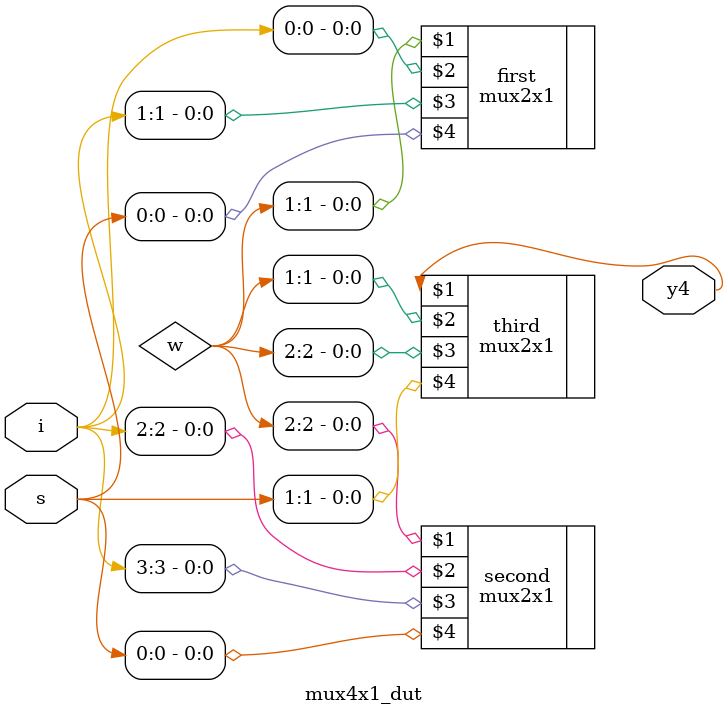
<source format=v>
module mux4x1_dut (
    i,s,y4
);
  input [3:0]i;  
  input [1:0]s; 
  wire [2:1]w; 
  output y4;

  mux2x1 first( w[1],i[0],i[1],s[0]); 

  mux2x1 second( w[2],i[2],i[3],s[0]);

  mux2x1 third( y4,w[1],w[2],s[1]); 
endmodule

</source>
